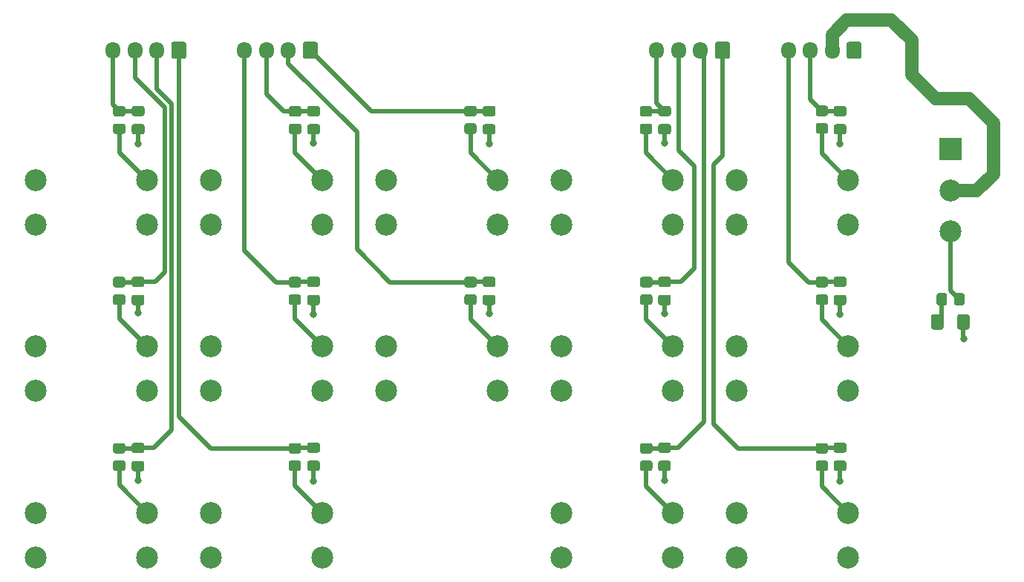
<source format=gbr>
%TF.GenerationSoftware,KiCad,Pcbnew,(5.1.8)-1*%
%TF.CreationDate,2021-11-07T18:09:00-05:00*%
%TF.ProjectId,Control_pad,436f6e74-726f-46c5-9f70-61642e6b6963,rev?*%
%TF.SameCoordinates,Original*%
%TF.FileFunction,Copper,L1,Top*%
%TF.FilePolarity,Positive*%
%FSLAX46Y46*%
G04 Gerber Fmt 4.6, Leading zero omitted, Abs format (unit mm)*
G04 Created by KiCad (PCBNEW (5.1.8)-1) date 2021-11-07 18:09:00*
%MOMM*%
%LPD*%
G01*
G04 APERTURE LIST*
%TA.AperFunction,ComponentPad*%
%ADD10C,2.500000*%
%TD*%
%TA.AperFunction,ComponentPad*%
%ADD11R,2.500000X2.500000*%
%TD*%
%TA.AperFunction,ComponentPad*%
%ADD12O,1.700000X1.950000*%
%TD*%
%TA.AperFunction,ViaPad*%
%ADD13C,0.800000*%
%TD*%
%TA.AperFunction,Conductor*%
%ADD14C,0.508000*%
%TD*%
%TA.AperFunction,Conductor*%
%ADD15C,1.500000*%
%TD*%
G04 APERTURE END LIST*
D10*
%TO.P,SW1,3*%
%TO.N,+3V3*%
X208000000Y-86710000D03*
%TO.P,SW1,2*%
%TO.N,Net-(J4-Pad2)*%
X208000000Y-82010000D03*
D11*
%TO.P,SW1,1*%
%TO.N,N/C*%
X208000000Y-77310000D03*
%TD*%
D10*
%TO.P,S14,4*%
%TO.N,GND*%
X196350000Y-123890000D03*
%TO.P,S14,2*%
%TO.N,Net-(R26-Pad1)*%
X196350000Y-118810000D03*
%TO.P,S14,3*%
%TO.N,GND*%
X183650000Y-123890000D03*
%TO.P,S14,1*%
%TO.N,N/C*%
X183650000Y-118810000D03*
%TD*%
%TO.P,S13,4*%
%TO.N,GND*%
X176350000Y-123890000D03*
%TO.P,S13,2*%
%TO.N,Net-(R25-Pad1)*%
X176350000Y-118810000D03*
%TO.P,S13,3*%
%TO.N,GND*%
X163650000Y-123890000D03*
%TO.P,S13,1*%
%TO.N,N/C*%
X163650000Y-118810000D03*
%TD*%
%TO.P,S12,4*%
%TO.N,GND*%
X136350000Y-123890000D03*
%TO.P,S12,2*%
%TO.N,Net-(R24-Pad1)*%
X136350000Y-118810000D03*
%TO.P,S12,3*%
%TO.N,GND*%
X123650000Y-123890000D03*
%TO.P,S12,1*%
%TO.N,N/C*%
X123650000Y-118810000D03*
%TD*%
%TO.P,S11,4*%
%TO.N,GND*%
X116350000Y-123890000D03*
%TO.P,S11,2*%
%TO.N,Net-(R19-Pad1)*%
X116350000Y-118810000D03*
%TO.P,S11,3*%
%TO.N,GND*%
X103650000Y-123890000D03*
%TO.P,S11,1*%
%TO.N,N/C*%
X103650000Y-118810000D03*
%TD*%
%TO.P,S10,4*%
%TO.N,GND*%
X196350000Y-104890000D03*
%TO.P,S10,2*%
%TO.N,Net-(R18-Pad1)*%
X196350000Y-99810000D03*
%TO.P,S10,3*%
%TO.N,GND*%
X183650000Y-104890000D03*
%TO.P,S10,1*%
%TO.N,N/C*%
X183650000Y-99810000D03*
%TD*%
%TO.P,S9,4*%
%TO.N,GND*%
X176350000Y-104890000D03*
%TO.P,S9,2*%
%TO.N,Net-(R17-Pad1)*%
X176350000Y-99810000D03*
%TO.P,S9,3*%
%TO.N,GND*%
X163650000Y-104890000D03*
%TO.P,S9,1*%
%TO.N,N/C*%
X163650000Y-99810000D03*
%TD*%
%TO.P,S8,4*%
%TO.N,GND*%
X156350000Y-104890000D03*
%TO.P,S8,2*%
%TO.N,Net-(R16-Pad1)*%
X156350000Y-99810000D03*
%TO.P,S8,3*%
%TO.N,GND*%
X143650000Y-104890000D03*
%TO.P,S8,1*%
%TO.N,N/C*%
X143650000Y-99810000D03*
%TD*%
%TO.P,S7,4*%
%TO.N,GND*%
X136350000Y-104890000D03*
%TO.P,S7,2*%
%TO.N,Net-(R10-Pad1)*%
X136350000Y-99810000D03*
%TO.P,S7,3*%
%TO.N,GND*%
X123650000Y-104890000D03*
%TO.P,S7,1*%
%TO.N,N/C*%
X123650000Y-99810000D03*
%TD*%
%TO.P,S6,4*%
%TO.N,GND*%
X116350000Y-104890000D03*
%TO.P,S6,2*%
%TO.N,Net-(R13-Pad2)*%
X116350000Y-99810000D03*
%TO.P,S6,3*%
%TO.N,GND*%
X103650000Y-104890000D03*
%TO.P,S6,1*%
%TO.N,N/C*%
X103650000Y-99810000D03*
%TD*%
%TO.P,S5,4*%
%TO.N,GND*%
X196350000Y-85890000D03*
%TO.P,S5,2*%
%TO.N,Net-(R12-Pad2)*%
X196350000Y-80810000D03*
%TO.P,S5,3*%
%TO.N,GND*%
X183650000Y-85890000D03*
%TO.P,S5,1*%
%TO.N,N/C*%
X183650000Y-80810000D03*
%TD*%
%TO.P,S4,4*%
%TO.N,GND*%
X176350000Y-85890000D03*
%TO.P,S4,2*%
%TO.N,Net-(R11-Pad2)*%
X176350000Y-80810000D03*
%TO.P,S4,3*%
%TO.N,GND*%
X163650000Y-85890000D03*
%TO.P,S4,1*%
%TO.N,N/C*%
X163650000Y-80810000D03*
%TD*%
%TO.P,S3,4*%
%TO.N,GND*%
X156350000Y-85890000D03*
%TO.P,S3,2*%
%TO.N,Net-(R3-Pad1)*%
X156350000Y-80810000D03*
%TO.P,S3,3*%
%TO.N,GND*%
X143650000Y-85890000D03*
%TO.P,S3,1*%
%TO.N,N/C*%
X143650000Y-80810000D03*
%TD*%
%TO.P,S2,4*%
%TO.N,GND*%
X136350000Y-85890000D03*
%TO.P,S2,2*%
%TO.N,Net-(R2-Pad1)*%
X136350000Y-80810000D03*
%TO.P,S2,3*%
%TO.N,GND*%
X123650000Y-85890000D03*
%TO.P,S2,1*%
%TO.N,N/C*%
X123650000Y-80810000D03*
%TD*%
%TO.P,S1,4*%
%TO.N,GND*%
X116350000Y-85890000D03*
%TO.P,S1,2*%
%TO.N,Net-(R1-Pad1)*%
X116350000Y-80810000D03*
%TO.P,S1,3*%
%TO.N,GND*%
X103650000Y-85890000D03*
%TO.P,S1,1*%
%TO.N,N/C*%
X103650000Y-80810000D03*
%TD*%
%TO.P,R29,2*%
%TO.N,Net-(R26-Pad1)*%
%TA.AperFunction,SMDPad,CuDef*%
G36*
G01*
X192879999Y-112850000D02*
X193780001Y-112850000D01*
G75*
G02*
X194030000Y-113099999I0J-249999D01*
G01*
X194030000Y-113800001D01*
G75*
G02*
X193780001Y-114050000I-249999J0D01*
G01*
X192879999Y-114050000D01*
G75*
G02*
X192630000Y-113800001I0J249999D01*
G01*
X192630000Y-113099999D01*
G75*
G02*
X192879999Y-112850000I249999J0D01*
G01*
G37*
%TD.AperFunction*%
%TO.P,R29,1*%
%TO.N,/A2*%
%TA.AperFunction,SMDPad,CuDef*%
G36*
G01*
X192879999Y-110850000D02*
X193780001Y-110850000D01*
G75*
G02*
X194030000Y-111099999I0J-249999D01*
G01*
X194030000Y-111800001D01*
G75*
G02*
X193780001Y-112050000I-249999J0D01*
G01*
X192879999Y-112050000D01*
G75*
G02*
X192630000Y-111800001I0J249999D01*
G01*
X192630000Y-111099999D01*
G75*
G02*
X192879999Y-110850000I249999J0D01*
G01*
G37*
%TD.AperFunction*%
%TD*%
%TO.P,R28,2*%
%TO.N,Net-(R25-Pad1)*%
%TA.AperFunction,SMDPad,CuDef*%
G36*
G01*
X172849999Y-112850000D02*
X173750001Y-112850000D01*
G75*
G02*
X174000000Y-113099999I0J-249999D01*
G01*
X174000000Y-113800001D01*
G75*
G02*
X173750001Y-114050000I-249999J0D01*
G01*
X172849999Y-114050000D01*
G75*
G02*
X172600000Y-113800001I0J249999D01*
G01*
X172600000Y-113099999D01*
G75*
G02*
X172849999Y-112850000I249999J0D01*
G01*
G37*
%TD.AperFunction*%
%TO.P,R28,1*%
%TO.N,/A3*%
%TA.AperFunction,SMDPad,CuDef*%
G36*
G01*
X172849999Y-110850000D02*
X173750001Y-110850000D01*
G75*
G02*
X174000000Y-111099999I0J-249999D01*
G01*
X174000000Y-111800001D01*
G75*
G02*
X173750001Y-112050000I-249999J0D01*
G01*
X172849999Y-112050000D01*
G75*
G02*
X172600000Y-111800001I0J249999D01*
G01*
X172600000Y-111099999D01*
G75*
G02*
X172849999Y-110850000I249999J0D01*
G01*
G37*
%TD.AperFunction*%
%TD*%
%TO.P,R27,2*%
%TO.N,Net-(R24-Pad1)*%
%TA.AperFunction,SMDPad,CuDef*%
G36*
G01*
X132789999Y-112850000D02*
X133690001Y-112850000D01*
G75*
G02*
X133940000Y-113099999I0J-249999D01*
G01*
X133940000Y-113800001D01*
G75*
G02*
X133690001Y-114050000I-249999J0D01*
G01*
X132789999Y-114050000D01*
G75*
G02*
X132540000Y-113800001I0J249999D01*
G01*
X132540000Y-113099999D01*
G75*
G02*
X132789999Y-112850000I249999J0D01*
G01*
G37*
%TD.AperFunction*%
%TO.P,R27,1*%
%TO.N,/D10*%
%TA.AperFunction,SMDPad,CuDef*%
G36*
G01*
X132789999Y-110850000D02*
X133690001Y-110850000D01*
G75*
G02*
X133940000Y-111099999I0J-249999D01*
G01*
X133940000Y-111800001D01*
G75*
G02*
X133690001Y-112050000I-249999J0D01*
G01*
X132789999Y-112050000D01*
G75*
G02*
X132540000Y-111800001I0J249999D01*
G01*
X132540000Y-111099999D01*
G75*
G02*
X132789999Y-110850000I249999J0D01*
G01*
G37*
%TD.AperFunction*%
%TD*%
%TO.P,R23,2*%
%TO.N,Net-(R19-Pad1)*%
%TA.AperFunction,SMDPad,CuDef*%
G36*
G01*
X112759999Y-112850000D02*
X113660001Y-112850000D01*
G75*
G02*
X113910000Y-113099999I0J-249999D01*
G01*
X113910000Y-113800001D01*
G75*
G02*
X113660001Y-114050000I-249999J0D01*
G01*
X112759999Y-114050000D01*
G75*
G02*
X112510000Y-113800001I0J249999D01*
G01*
X112510000Y-113099999D01*
G75*
G02*
X112759999Y-112850000I249999J0D01*
G01*
G37*
%TD.AperFunction*%
%TO.P,R23,1*%
%TO.N,/D11*%
%TA.AperFunction,SMDPad,CuDef*%
G36*
G01*
X112759999Y-110850000D02*
X113660001Y-110850000D01*
G75*
G02*
X113910000Y-111099999I0J-249999D01*
G01*
X113910000Y-111800001D01*
G75*
G02*
X113660001Y-112050000I-249999J0D01*
G01*
X112759999Y-112050000D01*
G75*
G02*
X112510000Y-111800001I0J249999D01*
G01*
X112510000Y-111099999D01*
G75*
G02*
X112759999Y-110850000I249999J0D01*
G01*
G37*
%TD.AperFunction*%
%TD*%
%TO.P,R22,2*%
%TO.N,Net-(R18-Pad1)*%
%TA.AperFunction,SMDPad,CuDef*%
G36*
G01*
X192879999Y-93880000D02*
X193780001Y-93880000D01*
G75*
G02*
X194030000Y-94129999I0J-249999D01*
G01*
X194030000Y-94830001D01*
G75*
G02*
X193780001Y-95080000I-249999J0D01*
G01*
X192879999Y-95080000D01*
G75*
G02*
X192630000Y-94830001I0J249999D01*
G01*
X192630000Y-94129999D01*
G75*
G02*
X192879999Y-93880000I249999J0D01*
G01*
G37*
%TD.AperFunction*%
%TO.P,R22,1*%
%TO.N,/A1*%
%TA.AperFunction,SMDPad,CuDef*%
G36*
G01*
X192879999Y-91880000D02*
X193780001Y-91880000D01*
G75*
G02*
X194030000Y-92129999I0J-249999D01*
G01*
X194030000Y-92830001D01*
G75*
G02*
X193780001Y-93080000I-249999J0D01*
G01*
X192879999Y-93080000D01*
G75*
G02*
X192630000Y-92830001I0J249999D01*
G01*
X192630000Y-92129999D01*
G75*
G02*
X192879999Y-91880000I249999J0D01*
G01*
G37*
%TD.AperFunction*%
%TD*%
%TO.P,R21,2*%
%TO.N,Net-(R17-Pad1)*%
%TA.AperFunction,SMDPad,CuDef*%
G36*
G01*
X172849999Y-93880000D02*
X173750001Y-93880000D01*
G75*
G02*
X174000000Y-94129999I0J-249999D01*
G01*
X174000000Y-94830001D01*
G75*
G02*
X173750001Y-95080000I-249999J0D01*
G01*
X172849999Y-95080000D01*
G75*
G02*
X172600000Y-94830001I0J249999D01*
G01*
X172600000Y-94129999D01*
G75*
G02*
X172849999Y-93880000I249999J0D01*
G01*
G37*
%TD.AperFunction*%
%TO.P,R21,1*%
%TO.N,/A4*%
%TA.AperFunction,SMDPad,CuDef*%
G36*
G01*
X172849999Y-91880000D02*
X173750001Y-91880000D01*
G75*
G02*
X174000000Y-92129999I0J-249999D01*
G01*
X174000000Y-92830001D01*
G75*
G02*
X173750001Y-93080000I-249999J0D01*
G01*
X172849999Y-93080000D01*
G75*
G02*
X172600000Y-92830001I0J249999D01*
G01*
X172600000Y-92129999D01*
G75*
G02*
X172849999Y-91880000I249999J0D01*
G01*
G37*
%TD.AperFunction*%
%TD*%
%TO.P,R20,2*%
%TO.N,Net-(R16-Pad1)*%
%TA.AperFunction,SMDPad,CuDef*%
G36*
G01*
X152819999Y-93880000D02*
X153720001Y-93880000D01*
G75*
G02*
X153970000Y-94129999I0J-249999D01*
G01*
X153970000Y-94830001D01*
G75*
G02*
X153720001Y-95080000I-249999J0D01*
G01*
X152819999Y-95080000D01*
G75*
G02*
X152570000Y-94830001I0J249999D01*
G01*
X152570000Y-94129999D01*
G75*
G02*
X152819999Y-93880000I249999J0D01*
G01*
G37*
%TD.AperFunction*%
%TO.P,R20,1*%
%TO.N,/D5*%
%TA.AperFunction,SMDPad,CuDef*%
G36*
G01*
X152819999Y-91880000D02*
X153720001Y-91880000D01*
G75*
G02*
X153970000Y-92129999I0J-249999D01*
G01*
X153970000Y-92830001D01*
G75*
G02*
X153720001Y-93080000I-249999J0D01*
G01*
X152819999Y-93080000D01*
G75*
G02*
X152570000Y-92830001I0J249999D01*
G01*
X152570000Y-92129999D01*
G75*
G02*
X152819999Y-91880000I249999J0D01*
G01*
G37*
%TD.AperFunction*%
%TD*%
%TO.P,R15,2*%
%TO.N,Net-(D1-Pad2)*%
%TA.AperFunction,SMDPad,CuDef*%
G36*
G01*
X207600000Y-93989999D02*
X207600000Y-94890001D01*
G75*
G02*
X207350001Y-95140000I-249999J0D01*
G01*
X206649999Y-95140000D01*
G75*
G02*
X206400000Y-94890001I0J249999D01*
G01*
X206400000Y-93989999D01*
G75*
G02*
X206649999Y-93740000I249999J0D01*
G01*
X207350001Y-93740000D01*
G75*
G02*
X207600000Y-93989999I0J-249999D01*
G01*
G37*
%TD.AperFunction*%
%TO.P,R15,1*%
%TO.N,+3V3*%
%TA.AperFunction,SMDPad,CuDef*%
G36*
G01*
X209600000Y-93989999D02*
X209600000Y-94890001D01*
G75*
G02*
X209350001Y-95140000I-249999J0D01*
G01*
X208649999Y-95140000D01*
G75*
G02*
X208400000Y-94890001I0J249999D01*
G01*
X208400000Y-93989999D01*
G75*
G02*
X208649999Y-93740000I249999J0D01*
G01*
X209350001Y-93740000D01*
G75*
G02*
X209600000Y-93989999I0J-249999D01*
G01*
G37*
%TD.AperFunction*%
%TD*%
%TO.P,R14,2*%
%TO.N,Net-(R10-Pad1)*%
%TA.AperFunction,SMDPad,CuDef*%
G36*
G01*
X132789999Y-93880000D02*
X133690001Y-93880000D01*
G75*
G02*
X133940000Y-94129999I0J-249999D01*
G01*
X133940000Y-94830001D01*
G75*
G02*
X133690001Y-95080000I-249999J0D01*
G01*
X132789999Y-95080000D01*
G75*
G02*
X132540000Y-94830001I0J249999D01*
G01*
X132540000Y-94129999D01*
G75*
G02*
X132789999Y-93880000I249999J0D01*
G01*
G37*
%TD.AperFunction*%
%TO.P,R14,1*%
%TO.N,/D9*%
%TA.AperFunction,SMDPad,CuDef*%
G36*
G01*
X132789999Y-91880000D02*
X133690001Y-91880000D01*
G75*
G02*
X133940000Y-92129999I0J-249999D01*
G01*
X133940000Y-92830001D01*
G75*
G02*
X133690001Y-93080000I-249999J0D01*
G01*
X132789999Y-93080000D01*
G75*
G02*
X132540000Y-92830001I0J249999D01*
G01*
X132540000Y-92129999D01*
G75*
G02*
X132789999Y-91880000I249999J0D01*
G01*
G37*
%TD.AperFunction*%
%TD*%
%TO.P,R13,2*%
%TO.N,Net-(R13-Pad2)*%
%TA.AperFunction,SMDPad,CuDef*%
G36*
G01*
X112759999Y-93880000D02*
X113660001Y-93880000D01*
G75*
G02*
X113910000Y-94129999I0J-249999D01*
G01*
X113910000Y-94830001D01*
G75*
G02*
X113660001Y-95080000I-249999J0D01*
G01*
X112759999Y-95080000D01*
G75*
G02*
X112510000Y-94830001I0J249999D01*
G01*
X112510000Y-94129999D01*
G75*
G02*
X112759999Y-93880000I249999J0D01*
G01*
G37*
%TD.AperFunction*%
%TO.P,R13,1*%
%TO.N,/D12*%
%TA.AperFunction,SMDPad,CuDef*%
G36*
G01*
X112759999Y-91880000D02*
X113660001Y-91880000D01*
G75*
G02*
X113910000Y-92129999I0J-249999D01*
G01*
X113910000Y-92830001D01*
G75*
G02*
X113660001Y-93080000I-249999J0D01*
G01*
X112759999Y-93080000D01*
G75*
G02*
X112510000Y-92830001I0J249999D01*
G01*
X112510000Y-92129999D01*
G75*
G02*
X112759999Y-91880000I249999J0D01*
G01*
G37*
%TD.AperFunction*%
%TD*%
%TO.P,R12,2*%
%TO.N,Net-(R12-Pad2)*%
%TA.AperFunction,SMDPad,CuDef*%
G36*
G01*
X192879999Y-74320000D02*
X193780001Y-74320000D01*
G75*
G02*
X194030000Y-74569999I0J-249999D01*
G01*
X194030000Y-75270001D01*
G75*
G02*
X193780001Y-75520000I-249999J0D01*
G01*
X192879999Y-75520000D01*
G75*
G02*
X192630000Y-75270001I0J249999D01*
G01*
X192630000Y-74569999D01*
G75*
G02*
X192879999Y-74320000I249999J0D01*
G01*
G37*
%TD.AperFunction*%
%TO.P,R12,1*%
%TO.N,/A0*%
%TA.AperFunction,SMDPad,CuDef*%
G36*
G01*
X192879999Y-72320000D02*
X193780001Y-72320000D01*
G75*
G02*
X194030000Y-72569999I0J-249999D01*
G01*
X194030000Y-73270001D01*
G75*
G02*
X193780001Y-73520000I-249999J0D01*
G01*
X192879999Y-73520000D01*
G75*
G02*
X192630000Y-73270001I0J249999D01*
G01*
X192630000Y-72569999D01*
G75*
G02*
X192879999Y-72320000I249999J0D01*
G01*
G37*
%TD.AperFunction*%
%TD*%
%TO.P,R11,2*%
%TO.N,Net-(R11-Pad2)*%
%TA.AperFunction,SMDPad,CuDef*%
G36*
G01*
X172819999Y-74380000D02*
X173720001Y-74380000D01*
G75*
G02*
X173970000Y-74629999I0J-249999D01*
G01*
X173970000Y-75330001D01*
G75*
G02*
X173720001Y-75580000I-249999J0D01*
G01*
X172819999Y-75580000D01*
G75*
G02*
X172570000Y-75330001I0J249999D01*
G01*
X172570000Y-74629999D01*
G75*
G02*
X172819999Y-74380000I249999J0D01*
G01*
G37*
%TD.AperFunction*%
%TO.P,R11,1*%
%TO.N,/A5*%
%TA.AperFunction,SMDPad,CuDef*%
G36*
G01*
X172819999Y-72380000D02*
X173720001Y-72380000D01*
G75*
G02*
X173970000Y-72629999I0J-249999D01*
G01*
X173970000Y-73330001D01*
G75*
G02*
X173720001Y-73580000I-249999J0D01*
G01*
X172819999Y-73580000D01*
G75*
G02*
X172570000Y-73330001I0J249999D01*
G01*
X172570000Y-72629999D01*
G75*
G02*
X172819999Y-72380000I249999J0D01*
G01*
G37*
%TD.AperFunction*%
%TD*%
%TO.P,R6,2*%
%TO.N,Net-(R3-Pad1)*%
%TA.AperFunction,SMDPad,CuDef*%
G36*
G01*
X152809999Y-74350000D02*
X153710001Y-74350000D01*
G75*
G02*
X153960000Y-74599999I0J-249999D01*
G01*
X153960000Y-75300001D01*
G75*
G02*
X153710001Y-75550000I-249999J0D01*
G01*
X152809999Y-75550000D01*
G75*
G02*
X152560000Y-75300001I0J249999D01*
G01*
X152560000Y-74599999D01*
G75*
G02*
X152809999Y-74350000I249999J0D01*
G01*
G37*
%TD.AperFunction*%
%TO.P,R6,1*%
%TO.N,/D2*%
%TA.AperFunction,SMDPad,CuDef*%
G36*
G01*
X152809999Y-72350000D02*
X153710001Y-72350000D01*
G75*
G02*
X153960000Y-72599999I0J-249999D01*
G01*
X153960000Y-73300001D01*
G75*
G02*
X153710001Y-73550000I-249999J0D01*
G01*
X152809999Y-73550000D01*
G75*
G02*
X152560000Y-73300001I0J249999D01*
G01*
X152560000Y-72599999D01*
G75*
G02*
X152809999Y-72350000I249999J0D01*
G01*
G37*
%TD.AperFunction*%
%TD*%
%TO.P,R5,2*%
%TO.N,Net-(R2-Pad1)*%
%TA.AperFunction,SMDPad,CuDef*%
G36*
G01*
X132819999Y-74380000D02*
X133720001Y-74380000D01*
G75*
G02*
X133970000Y-74629999I0J-249999D01*
G01*
X133970000Y-75330001D01*
G75*
G02*
X133720001Y-75580000I-249999J0D01*
G01*
X132819999Y-75580000D01*
G75*
G02*
X132570000Y-75330001I0J249999D01*
G01*
X132570000Y-74629999D01*
G75*
G02*
X132819999Y-74380000I249999J0D01*
G01*
G37*
%TD.AperFunction*%
%TO.P,R5,1*%
%TO.N,/D6*%
%TA.AperFunction,SMDPad,CuDef*%
G36*
G01*
X132819999Y-72380000D02*
X133720001Y-72380000D01*
G75*
G02*
X133970000Y-72629999I0J-249999D01*
G01*
X133970000Y-73330001D01*
G75*
G02*
X133720001Y-73580000I-249999J0D01*
G01*
X132819999Y-73580000D01*
G75*
G02*
X132570000Y-73330001I0J249999D01*
G01*
X132570000Y-72629999D01*
G75*
G02*
X132819999Y-72380000I249999J0D01*
G01*
G37*
%TD.AperFunction*%
%TD*%
%TO.P,R4,2*%
%TO.N,Net-(R1-Pad1)*%
%TA.AperFunction,SMDPad,CuDef*%
G36*
G01*
X112769999Y-74360000D02*
X113670001Y-74360000D01*
G75*
G02*
X113920000Y-74609999I0J-249999D01*
G01*
X113920000Y-75310001D01*
G75*
G02*
X113670001Y-75560000I-249999J0D01*
G01*
X112769999Y-75560000D01*
G75*
G02*
X112520000Y-75310001I0J249999D01*
G01*
X112520000Y-74609999D01*
G75*
G02*
X112769999Y-74360000I249999J0D01*
G01*
G37*
%TD.AperFunction*%
%TO.P,R4,1*%
%TO.N,/D13*%
%TA.AperFunction,SMDPad,CuDef*%
G36*
G01*
X112769999Y-72360000D02*
X113670001Y-72360000D01*
G75*
G02*
X113920000Y-72609999I0J-249999D01*
G01*
X113920000Y-73310001D01*
G75*
G02*
X113670001Y-73560000I-249999J0D01*
G01*
X112769999Y-73560000D01*
G75*
G02*
X112520000Y-73310001I0J249999D01*
G01*
X112520000Y-72609999D01*
G75*
G02*
X112769999Y-72360000I249999J0D01*
G01*
G37*
%TD.AperFunction*%
%TD*%
D12*
%TO.P,J4,4*%
%TO.N,/A1*%
X189500000Y-66000000D03*
%TO.P,J4,3*%
%TO.N,/A0*%
X192000000Y-66000000D03*
%TO.P,J4,2*%
%TO.N,Net-(J4-Pad2)*%
X194500000Y-66000000D03*
%TO.P,J4,1*%
%TO.N,GND*%
%TA.AperFunction,ComponentPad*%
G36*
G01*
X197850000Y-65275000D02*
X197850000Y-66725000D01*
G75*
G02*
X197600000Y-66975000I-250000J0D01*
G01*
X196400000Y-66975000D01*
G75*
G02*
X196150000Y-66725000I0J250000D01*
G01*
X196150000Y-65275000D01*
G75*
G02*
X196400000Y-65025000I250000J0D01*
G01*
X197600000Y-65025000D01*
G75*
G02*
X197850000Y-65275000I0J-250000D01*
G01*
G37*
%TD.AperFunction*%
%TD*%
%TO.P,J3,4*%
%TO.N,/A5*%
X174500000Y-66000000D03*
%TO.P,J3,3*%
%TO.N,/A4*%
X177000000Y-66000000D03*
%TO.P,J3,2*%
%TO.N,/A3*%
X179500000Y-66000000D03*
%TO.P,J3,1*%
%TO.N,/A2*%
%TA.AperFunction,ComponentPad*%
G36*
G01*
X182850000Y-65275000D02*
X182850000Y-66725000D01*
G75*
G02*
X182600000Y-66975000I-250000J0D01*
G01*
X181400000Y-66975000D01*
G75*
G02*
X181150000Y-66725000I0J250000D01*
G01*
X181150000Y-65275000D01*
G75*
G02*
X181400000Y-65025000I250000J0D01*
G01*
X182600000Y-65025000D01*
G75*
G02*
X182850000Y-65275000I0J-250000D01*
G01*
G37*
%TD.AperFunction*%
%TD*%
%TO.P,J2,4*%
%TO.N,/D9*%
X127500000Y-66000000D03*
%TO.P,J2,3*%
%TO.N,/D6*%
X130000000Y-66000000D03*
%TO.P,J2,2*%
%TO.N,/D5*%
X132500000Y-66000000D03*
%TO.P,J2,1*%
%TO.N,/D2*%
%TA.AperFunction,ComponentPad*%
G36*
G01*
X135850000Y-65275000D02*
X135850000Y-66725000D01*
G75*
G02*
X135600000Y-66975000I-250000J0D01*
G01*
X134400000Y-66975000D01*
G75*
G02*
X134150000Y-66725000I0J250000D01*
G01*
X134150000Y-65275000D01*
G75*
G02*
X134400000Y-65025000I250000J0D01*
G01*
X135600000Y-65025000D01*
G75*
G02*
X135850000Y-65275000I0J-250000D01*
G01*
G37*
%TD.AperFunction*%
%TD*%
%TO.P,J1,4*%
%TO.N,/D13*%
X112500000Y-66000000D03*
%TO.P,J1,3*%
%TO.N,/D12*%
X115000000Y-66000000D03*
%TO.P,J1,2*%
%TO.N,/D11*%
X117500000Y-66000000D03*
%TO.P,J1,1*%
%TO.N,/D10*%
%TA.AperFunction,ComponentPad*%
G36*
G01*
X120850000Y-65275000D02*
X120850000Y-66725000D01*
G75*
G02*
X120600000Y-66975000I-250000J0D01*
G01*
X119400000Y-66975000D01*
G75*
G02*
X119150000Y-66725000I0J250000D01*
G01*
X119150000Y-65275000D01*
G75*
G02*
X119400000Y-65025000I250000J0D01*
G01*
X120600000Y-65025000D01*
G75*
G02*
X120850000Y-65275000I0J-250000D01*
G01*
G37*
%TD.AperFunction*%
%TD*%
%TO.P,D1,2*%
%TO.N,Net-(D1-Pad2)*%
%TA.AperFunction,SMDPad,CuDef*%
G36*
G01*
X207202500Y-96395000D02*
X207202500Y-97645000D01*
G75*
G02*
X206952500Y-97895000I-250000J0D01*
G01*
X206027500Y-97895000D01*
G75*
G02*
X205777500Y-97645000I0J250000D01*
G01*
X205777500Y-96395000D01*
G75*
G02*
X206027500Y-96145000I250000J0D01*
G01*
X206952500Y-96145000D01*
G75*
G02*
X207202500Y-96395000I0J-250000D01*
G01*
G37*
%TD.AperFunction*%
%TO.P,D1,1*%
%TO.N,GND*%
%TA.AperFunction,SMDPad,CuDef*%
G36*
G01*
X210177500Y-96395000D02*
X210177500Y-97645000D01*
G75*
G02*
X209927500Y-97895000I-250000J0D01*
G01*
X209002500Y-97895000D01*
G75*
G02*
X208752500Y-97645000I0J250000D01*
G01*
X208752500Y-96395000D01*
G75*
G02*
X209002500Y-96145000I250000J0D01*
G01*
X209927500Y-96145000D01*
G75*
G02*
X210177500Y-96395000I0J-250000D01*
G01*
G37*
%TD.AperFunction*%
%TD*%
%TO.P,C14,2*%
%TO.N,GND*%
%TA.AperFunction,SMDPad,CuDef*%
G36*
G01*
X194925000Y-112870000D02*
X195875000Y-112870000D01*
G75*
G02*
X196125000Y-113120000I0J-250000D01*
G01*
X196125000Y-113795000D01*
G75*
G02*
X195875000Y-114045000I-250000J0D01*
G01*
X194925000Y-114045000D01*
G75*
G02*
X194675000Y-113795000I0J250000D01*
G01*
X194675000Y-113120000D01*
G75*
G02*
X194925000Y-112870000I250000J0D01*
G01*
G37*
%TD.AperFunction*%
%TO.P,C14,1*%
%TO.N,/A2*%
%TA.AperFunction,SMDPad,CuDef*%
G36*
G01*
X194925000Y-110795000D02*
X195875000Y-110795000D01*
G75*
G02*
X196125000Y-111045000I0J-250000D01*
G01*
X196125000Y-111720000D01*
G75*
G02*
X195875000Y-111970000I-250000J0D01*
G01*
X194925000Y-111970000D01*
G75*
G02*
X194675000Y-111720000I0J250000D01*
G01*
X194675000Y-111045000D01*
G75*
G02*
X194925000Y-110795000I250000J0D01*
G01*
G37*
%TD.AperFunction*%
%TD*%
%TO.P,C13,2*%
%TO.N,GND*%
%TA.AperFunction,SMDPad,CuDef*%
G36*
G01*
X174915000Y-112870000D02*
X175865000Y-112870000D01*
G75*
G02*
X176115000Y-113120000I0J-250000D01*
G01*
X176115000Y-113795000D01*
G75*
G02*
X175865000Y-114045000I-250000J0D01*
G01*
X174915000Y-114045000D01*
G75*
G02*
X174665000Y-113795000I0J250000D01*
G01*
X174665000Y-113120000D01*
G75*
G02*
X174915000Y-112870000I250000J0D01*
G01*
G37*
%TD.AperFunction*%
%TO.P,C13,1*%
%TO.N,/A3*%
%TA.AperFunction,SMDPad,CuDef*%
G36*
G01*
X174915000Y-110795000D02*
X175865000Y-110795000D01*
G75*
G02*
X176115000Y-111045000I0J-250000D01*
G01*
X176115000Y-111720000D01*
G75*
G02*
X175865000Y-111970000I-250000J0D01*
G01*
X174915000Y-111970000D01*
G75*
G02*
X174665000Y-111720000I0J250000D01*
G01*
X174665000Y-111045000D01*
G75*
G02*
X174915000Y-110795000I250000J0D01*
G01*
G37*
%TD.AperFunction*%
%TD*%
%TO.P,C12,2*%
%TO.N,GND*%
%TA.AperFunction,SMDPad,CuDef*%
G36*
G01*
X134895000Y-112870000D02*
X135845000Y-112870000D01*
G75*
G02*
X136095000Y-113120000I0J-250000D01*
G01*
X136095000Y-113795000D01*
G75*
G02*
X135845000Y-114045000I-250000J0D01*
G01*
X134895000Y-114045000D01*
G75*
G02*
X134645000Y-113795000I0J250000D01*
G01*
X134645000Y-113120000D01*
G75*
G02*
X134895000Y-112870000I250000J0D01*
G01*
G37*
%TD.AperFunction*%
%TO.P,C12,1*%
%TO.N,/D10*%
%TA.AperFunction,SMDPad,CuDef*%
G36*
G01*
X134895000Y-110795000D02*
X135845000Y-110795000D01*
G75*
G02*
X136095000Y-111045000I0J-250000D01*
G01*
X136095000Y-111720000D01*
G75*
G02*
X135845000Y-111970000I-250000J0D01*
G01*
X134895000Y-111970000D01*
G75*
G02*
X134645000Y-111720000I0J250000D01*
G01*
X134645000Y-111045000D01*
G75*
G02*
X134895000Y-110795000I250000J0D01*
G01*
G37*
%TD.AperFunction*%
%TD*%
%TO.P,C11,2*%
%TO.N,GND*%
%TA.AperFunction,SMDPad,CuDef*%
G36*
G01*
X114885000Y-112900000D02*
X115835000Y-112900000D01*
G75*
G02*
X116085000Y-113150000I0J-250000D01*
G01*
X116085000Y-113825000D01*
G75*
G02*
X115835000Y-114075000I-250000J0D01*
G01*
X114885000Y-114075000D01*
G75*
G02*
X114635000Y-113825000I0J250000D01*
G01*
X114635000Y-113150000D01*
G75*
G02*
X114885000Y-112900000I250000J0D01*
G01*
G37*
%TD.AperFunction*%
%TO.P,C11,1*%
%TO.N,/D11*%
%TA.AperFunction,SMDPad,CuDef*%
G36*
G01*
X114885000Y-110825000D02*
X115835000Y-110825000D01*
G75*
G02*
X116085000Y-111075000I0J-250000D01*
G01*
X116085000Y-111750000D01*
G75*
G02*
X115835000Y-112000000I-250000J0D01*
G01*
X114885000Y-112000000D01*
G75*
G02*
X114635000Y-111750000I0J250000D01*
G01*
X114635000Y-111075000D01*
G75*
G02*
X114885000Y-110825000I250000J0D01*
G01*
G37*
%TD.AperFunction*%
%TD*%
%TO.P,C10,2*%
%TO.N,GND*%
%TA.AperFunction,SMDPad,CuDef*%
G36*
G01*
X194925000Y-93930000D02*
X195875000Y-93930000D01*
G75*
G02*
X196125000Y-94180000I0J-250000D01*
G01*
X196125000Y-94855000D01*
G75*
G02*
X195875000Y-95105000I-250000J0D01*
G01*
X194925000Y-95105000D01*
G75*
G02*
X194675000Y-94855000I0J250000D01*
G01*
X194675000Y-94180000D01*
G75*
G02*
X194925000Y-93930000I250000J0D01*
G01*
G37*
%TD.AperFunction*%
%TO.P,C10,1*%
%TO.N,/A1*%
%TA.AperFunction,SMDPad,CuDef*%
G36*
G01*
X194925000Y-91855000D02*
X195875000Y-91855000D01*
G75*
G02*
X196125000Y-92105000I0J-250000D01*
G01*
X196125000Y-92780000D01*
G75*
G02*
X195875000Y-93030000I-250000J0D01*
G01*
X194925000Y-93030000D01*
G75*
G02*
X194675000Y-92780000I0J250000D01*
G01*
X194675000Y-92105000D01*
G75*
G02*
X194925000Y-91855000I250000J0D01*
G01*
G37*
%TD.AperFunction*%
%TD*%
%TO.P,C9,2*%
%TO.N,GND*%
%TA.AperFunction,SMDPad,CuDef*%
G36*
G01*
X174915000Y-93930000D02*
X175865000Y-93930000D01*
G75*
G02*
X176115000Y-94180000I0J-250000D01*
G01*
X176115000Y-94855000D01*
G75*
G02*
X175865000Y-95105000I-250000J0D01*
G01*
X174915000Y-95105000D01*
G75*
G02*
X174665000Y-94855000I0J250000D01*
G01*
X174665000Y-94180000D01*
G75*
G02*
X174915000Y-93930000I250000J0D01*
G01*
G37*
%TD.AperFunction*%
%TO.P,C9,1*%
%TO.N,/A4*%
%TA.AperFunction,SMDPad,CuDef*%
G36*
G01*
X174915000Y-91855000D02*
X175865000Y-91855000D01*
G75*
G02*
X176115000Y-92105000I0J-250000D01*
G01*
X176115000Y-92780000D01*
G75*
G02*
X175865000Y-93030000I-250000J0D01*
G01*
X174915000Y-93030000D01*
G75*
G02*
X174665000Y-92780000I0J250000D01*
G01*
X174665000Y-92105000D01*
G75*
G02*
X174915000Y-91855000I250000J0D01*
G01*
G37*
%TD.AperFunction*%
%TD*%
%TO.P,C8,2*%
%TO.N,GND*%
%TA.AperFunction,SMDPad,CuDef*%
G36*
G01*
X154905000Y-93930000D02*
X155855000Y-93930000D01*
G75*
G02*
X156105000Y-94180000I0J-250000D01*
G01*
X156105000Y-94855000D01*
G75*
G02*
X155855000Y-95105000I-250000J0D01*
G01*
X154905000Y-95105000D01*
G75*
G02*
X154655000Y-94855000I0J250000D01*
G01*
X154655000Y-94180000D01*
G75*
G02*
X154905000Y-93930000I250000J0D01*
G01*
G37*
%TD.AperFunction*%
%TO.P,C8,1*%
%TO.N,/D5*%
%TA.AperFunction,SMDPad,CuDef*%
G36*
G01*
X154905000Y-91855000D02*
X155855000Y-91855000D01*
G75*
G02*
X156105000Y-92105000I0J-250000D01*
G01*
X156105000Y-92780000D01*
G75*
G02*
X155855000Y-93030000I-250000J0D01*
G01*
X154905000Y-93030000D01*
G75*
G02*
X154655000Y-92780000I0J250000D01*
G01*
X154655000Y-92105000D01*
G75*
G02*
X154905000Y-91855000I250000J0D01*
G01*
G37*
%TD.AperFunction*%
%TD*%
%TO.P,C7,2*%
%TO.N,GND*%
%TA.AperFunction,SMDPad,CuDef*%
G36*
G01*
X134895000Y-93930000D02*
X135845000Y-93930000D01*
G75*
G02*
X136095000Y-94180000I0J-250000D01*
G01*
X136095000Y-94855000D01*
G75*
G02*
X135845000Y-95105000I-250000J0D01*
G01*
X134895000Y-95105000D01*
G75*
G02*
X134645000Y-94855000I0J250000D01*
G01*
X134645000Y-94180000D01*
G75*
G02*
X134895000Y-93930000I250000J0D01*
G01*
G37*
%TD.AperFunction*%
%TO.P,C7,1*%
%TO.N,/D9*%
%TA.AperFunction,SMDPad,CuDef*%
G36*
G01*
X134895000Y-91855000D02*
X135845000Y-91855000D01*
G75*
G02*
X136095000Y-92105000I0J-250000D01*
G01*
X136095000Y-92780000D01*
G75*
G02*
X135845000Y-93030000I-250000J0D01*
G01*
X134895000Y-93030000D01*
G75*
G02*
X134645000Y-92780000I0J250000D01*
G01*
X134645000Y-92105000D01*
G75*
G02*
X134895000Y-91855000I250000J0D01*
G01*
G37*
%TD.AperFunction*%
%TD*%
%TO.P,C6,2*%
%TO.N,GND*%
%TA.AperFunction,SMDPad,CuDef*%
G36*
G01*
X114885000Y-93930000D02*
X115835000Y-93930000D01*
G75*
G02*
X116085000Y-94180000I0J-250000D01*
G01*
X116085000Y-94855000D01*
G75*
G02*
X115835000Y-95105000I-250000J0D01*
G01*
X114885000Y-95105000D01*
G75*
G02*
X114635000Y-94855000I0J250000D01*
G01*
X114635000Y-94180000D01*
G75*
G02*
X114885000Y-93930000I250000J0D01*
G01*
G37*
%TD.AperFunction*%
%TO.P,C6,1*%
%TO.N,/D12*%
%TA.AperFunction,SMDPad,CuDef*%
G36*
G01*
X114885000Y-91855000D02*
X115835000Y-91855000D01*
G75*
G02*
X116085000Y-92105000I0J-250000D01*
G01*
X116085000Y-92780000D01*
G75*
G02*
X115835000Y-93030000I-250000J0D01*
G01*
X114885000Y-93030000D01*
G75*
G02*
X114635000Y-92780000I0J250000D01*
G01*
X114635000Y-92105000D01*
G75*
G02*
X114885000Y-91855000I250000J0D01*
G01*
G37*
%TD.AperFunction*%
%TD*%
%TO.P,C5,2*%
%TO.N,GND*%
%TA.AperFunction,SMDPad,CuDef*%
G36*
G01*
X194925000Y-74440000D02*
X195875000Y-74440000D01*
G75*
G02*
X196125000Y-74690000I0J-250000D01*
G01*
X196125000Y-75365000D01*
G75*
G02*
X195875000Y-75615000I-250000J0D01*
G01*
X194925000Y-75615000D01*
G75*
G02*
X194675000Y-75365000I0J250000D01*
G01*
X194675000Y-74690000D01*
G75*
G02*
X194925000Y-74440000I250000J0D01*
G01*
G37*
%TD.AperFunction*%
%TO.P,C5,1*%
%TO.N,/A0*%
%TA.AperFunction,SMDPad,CuDef*%
G36*
G01*
X194925000Y-72365000D02*
X195875000Y-72365000D01*
G75*
G02*
X196125000Y-72615000I0J-250000D01*
G01*
X196125000Y-73290000D01*
G75*
G02*
X195875000Y-73540000I-250000J0D01*
G01*
X194925000Y-73540000D01*
G75*
G02*
X194675000Y-73290000I0J250000D01*
G01*
X194675000Y-72615000D01*
G75*
G02*
X194925000Y-72365000I250000J0D01*
G01*
G37*
%TD.AperFunction*%
%TD*%
%TO.P,C4,2*%
%TO.N,GND*%
%TA.AperFunction,SMDPad,CuDef*%
G36*
G01*
X174917500Y-74440000D02*
X175867500Y-74440000D01*
G75*
G02*
X176117500Y-74690000I0J-250000D01*
G01*
X176117500Y-75365000D01*
G75*
G02*
X175867500Y-75615000I-250000J0D01*
G01*
X174917500Y-75615000D01*
G75*
G02*
X174667500Y-75365000I0J250000D01*
G01*
X174667500Y-74690000D01*
G75*
G02*
X174917500Y-74440000I250000J0D01*
G01*
G37*
%TD.AperFunction*%
%TO.P,C4,1*%
%TO.N,/A5*%
%TA.AperFunction,SMDPad,CuDef*%
G36*
G01*
X174917500Y-72365000D02*
X175867500Y-72365000D01*
G75*
G02*
X176117500Y-72615000I0J-250000D01*
G01*
X176117500Y-73290000D01*
G75*
G02*
X175867500Y-73540000I-250000J0D01*
G01*
X174917500Y-73540000D01*
G75*
G02*
X174667500Y-73290000I0J250000D01*
G01*
X174667500Y-72615000D01*
G75*
G02*
X174917500Y-72365000I250000J0D01*
G01*
G37*
%TD.AperFunction*%
%TD*%
%TO.P,C3,2*%
%TO.N,GND*%
%TA.AperFunction,SMDPad,CuDef*%
G36*
G01*
X154910000Y-74440000D02*
X155860000Y-74440000D01*
G75*
G02*
X156110000Y-74690000I0J-250000D01*
G01*
X156110000Y-75365000D01*
G75*
G02*
X155860000Y-75615000I-250000J0D01*
G01*
X154910000Y-75615000D01*
G75*
G02*
X154660000Y-75365000I0J250000D01*
G01*
X154660000Y-74690000D01*
G75*
G02*
X154910000Y-74440000I250000J0D01*
G01*
G37*
%TD.AperFunction*%
%TO.P,C3,1*%
%TO.N,/D2*%
%TA.AperFunction,SMDPad,CuDef*%
G36*
G01*
X154910000Y-72365000D02*
X155860000Y-72365000D01*
G75*
G02*
X156110000Y-72615000I0J-250000D01*
G01*
X156110000Y-73290000D01*
G75*
G02*
X155860000Y-73540000I-250000J0D01*
G01*
X154910000Y-73540000D01*
G75*
G02*
X154660000Y-73290000I0J250000D01*
G01*
X154660000Y-72615000D01*
G75*
G02*
X154910000Y-72365000I250000J0D01*
G01*
G37*
%TD.AperFunction*%
%TD*%
%TO.P,C2,2*%
%TO.N,GND*%
%TA.AperFunction,SMDPad,CuDef*%
G36*
G01*
X134902500Y-74440000D02*
X135852500Y-74440000D01*
G75*
G02*
X136102500Y-74690000I0J-250000D01*
G01*
X136102500Y-75365000D01*
G75*
G02*
X135852500Y-75615000I-250000J0D01*
G01*
X134902500Y-75615000D01*
G75*
G02*
X134652500Y-75365000I0J250000D01*
G01*
X134652500Y-74690000D01*
G75*
G02*
X134902500Y-74440000I250000J0D01*
G01*
G37*
%TD.AperFunction*%
%TO.P,C2,1*%
%TO.N,/D6*%
%TA.AperFunction,SMDPad,CuDef*%
G36*
G01*
X134902500Y-72365000D02*
X135852500Y-72365000D01*
G75*
G02*
X136102500Y-72615000I0J-250000D01*
G01*
X136102500Y-73290000D01*
G75*
G02*
X135852500Y-73540000I-250000J0D01*
G01*
X134902500Y-73540000D01*
G75*
G02*
X134652500Y-73290000I0J250000D01*
G01*
X134652500Y-72615000D01*
G75*
G02*
X134902500Y-72365000I250000J0D01*
G01*
G37*
%TD.AperFunction*%
%TD*%
%TO.P,C1,2*%
%TO.N,GND*%
%TA.AperFunction,SMDPad,CuDef*%
G36*
G01*
X114895000Y-74440000D02*
X115845000Y-74440000D01*
G75*
G02*
X116095000Y-74690000I0J-250000D01*
G01*
X116095000Y-75365000D01*
G75*
G02*
X115845000Y-75615000I-250000J0D01*
G01*
X114895000Y-75615000D01*
G75*
G02*
X114645000Y-75365000I0J250000D01*
G01*
X114645000Y-74690000D01*
G75*
G02*
X114895000Y-74440000I250000J0D01*
G01*
G37*
%TD.AperFunction*%
%TO.P,C1,1*%
%TO.N,/D13*%
%TA.AperFunction,SMDPad,CuDef*%
G36*
G01*
X114895000Y-72365000D02*
X115845000Y-72365000D01*
G75*
G02*
X116095000Y-72615000I0J-250000D01*
G01*
X116095000Y-73290000D01*
G75*
G02*
X115845000Y-73540000I-250000J0D01*
G01*
X114895000Y-73540000D01*
G75*
G02*
X114645000Y-73290000I0J250000D01*
G01*
X114645000Y-72615000D01*
G75*
G02*
X114895000Y-72365000I250000J0D01*
G01*
G37*
%TD.AperFunction*%
%TD*%
D13*
%TO.N,GND*%
X115370000Y-76690000D03*
X135380000Y-76640000D03*
X155380000Y-76700000D03*
X175370000Y-76640000D03*
X195390000Y-76680000D03*
X115350000Y-95970000D03*
X135370000Y-96120000D03*
X155380000Y-96070000D03*
X175390000Y-96080000D03*
X195400000Y-96200000D03*
X115370000Y-115120000D03*
X135370000Y-115250000D03*
X175390000Y-115120000D03*
X195410000Y-115200000D03*
X209480000Y-98960000D03*
%TD*%
D14*
%TO.N,GND*%
X115370000Y-75027500D02*
X115370000Y-76690000D01*
X135377500Y-76637500D02*
X135380000Y-76640000D01*
X135377500Y-75027500D02*
X135377500Y-76637500D01*
X155385000Y-76695000D02*
X155380000Y-76700000D01*
X155385000Y-75027500D02*
X155385000Y-76695000D01*
X175392500Y-76617500D02*
X175370000Y-76640000D01*
X175392500Y-75027500D02*
X175392500Y-76617500D01*
X195400000Y-76670000D02*
X195390000Y-76680000D01*
X195400000Y-75027500D02*
X195400000Y-76670000D01*
X115360000Y-95960000D02*
X115350000Y-95970000D01*
X115360000Y-94517500D02*
X115360000Y-95960000D01*
X135370000Y-94517500D02*
X135370000Y-96120000D01*
X155380000Y-94517500D02*
X155380000Y-96070000D01*
X175390000Y-94517500D02*
X175390000Y-96080000D01*
X195400000Y-94517500D02*
X195400000Y-96200000D01*
X115360000Y-115110000D02*
X115370000Y-115120000D01*
X115360000Y-113487500D02*
X115360000Y-115110000D01*
X135370000Y-113457500D02*
X135370000Y-115250000D01*
X175390000Y-113457500D02*
X175390000Y-115120000D01*
X195400000Y-115190000D02*
X195410000Y-115200000D01*
X195400000Y-113457500D02*
X195400000Y-115190000D01*
X209465000Y-98945000D02*
X209480000Y-98960000D01*
X209465000Y-97020000D02*
X209465000Y-98945000D01*
%TO.N,/D13*%
X113227500Y-72952500D02*
X113220000Y-72960000D01*
X115370000Y-72952500D02*
X113227500Y-72952500D01*
X112500000Y-72240000D02*
X113220000Y-72960000D01*
X112500000Y-66000000D02*
X112500000Y-72240000D01*
%TO.N,Net-(D1-Pad2)*%
X207000000Y-96510000D02*
X206490000Y-97020000D01*
X207000000Y-94440000D02*
X207000000Y-96510000D01*
%TO.N,/D12*%
X115322500Y-92480000D02*
X115360000Y-92442500D01*
X113210000Y-92480000D02*
X115322500Y-92480000D01*
X115000000Y-66000000D02*
X115000000Y-69150000D01*
X115000000Y-69150000D02*
X118410000Y-72560000D01*
X118410000Y-72560000D02*
X118410000Y-91370000D01*
X117337500Y-92442500D02*
X115360000Y-92442500D01*
X118410000Y-91370000D02*
X117337500Y-92442500D01*
%TO.N,/D11*%
X115322500Y-111450000D02*
X115360000Y-111412500D01*
X113210000Y-111450000D02*
X115322500Y-111450000D01*
X119172010Y-72122010D02*
X119172010Y-109367990D01*
X117500000Y-70450000D02*
X119172010Y-72122010D01*
X117500000Y-66000000D02*
X117500000Y-70450000D01*
X117127500Y-111412500D02*
X115360000Y-111412500D01*
X119172010Y-109367990D02*
X117127500Y-111412500D01*
%TO.N,/D10*%
X133307500Y-111382500D02*
X133240000Y-111450000D01*
X135370000Y-111382500D02*
X133307500Y-111382500D01*
X120000000Y-66000000D02*
X120000000Y-107810000D01*
X123640000Y-111450000D02*
X133240000Y-111450000D01*
X120000000Y-107810000D02*
X123640000Y-111450000D01*
%TO.N,/D9*%
X133277500Y-92442500D02*
X133240000Y-92480000D01*
X135370000Y-92442500D02*
X133277500Y-92442500D01*
X127500000Y-66000000D02*
X127500000Y-88900000D01*
X131080000Y-92480000D02*
X133240000Y-92480000D01*
X127500000Y-88900000D02*
X131080000Y-92480000D01*
%TO.N,/D6*%
X133297500Y-72952500D02*
X133270000Y-72980000D01*
X135377500Y-72952500D02*
X133297500Y-72952500D01*
X133270000Y-72980000D02*
X131970000Y-72980000D01*
X130000000Y-71010000D02*
X130000000Y-66000000D01*
X131970000Y-72980000D02*
X130000000Y-71010000D01*
%TO.N,/D5*%
X153307500Y-92442500D02*
X153270000Y-92480000D01*
X155380000Y-92442500D02*
X153307500Y-92442500D01*
X132500000Y-66000000D02*
X132500000Y-67520000D01*
X132500000Y-67520000D02*
X140330000Y-75350000D01*
X140330000Y-75350000D02*
X140330000Y-88720000D01*
X144090000Y-92480000D02*
X153270000Y-92480000D01*
X140330000Y-88720000D02*
X144090000Y-92480000D01*
%TO.N,/D2*%
X153262500Y-72952500D02*
X153260000Y-72950000D01*
X155385000Y-72952500D02*
X153262500Y-72952500D01*
X141950000Y-72950000D02*
X135000000Y-66000000D01*
X153260000Y-72950000D02*
X141950000Y-72950000D01*
%TO.N,/A5*%
X175365000Y-72980000D02*
X175392500Y-72952500D01*
X173270000Y-72980000D02*
X175365000Y-72980000D01*
X174500000Y-72060000D02*
X175392500Y-72952500D01*
X174500000Y-66000000D02*
X174500000Y-72060000D01*
%TO.N,/A4*%
X177000000Y-66000000D02*
X177000000Y-77470000D01*
X177000000Y-77470000D02*
X178790000Y-79260000D01*
X178790000Y-79260000D02*
X178790000Y-90900000D01*
X177247500Y-92442500D02*
X175390000Y-92442500D01*
X178790000Y-90900000D02*
X177247500Y-92442500D01*
X175352500Y-92480000D02*
X175390000Y-92442500D01*
X173300000Y-92480000D02*
X175352500Y-92480000D01*
%TO.N,/A3*%
X175322500Y-111450000D02*
X175390000Y-111382500D01*
X173300000Y-111450000D02*
X175322500Y-111450000D01*
X175390000Y-111382500D02*
X176917500Y-111382500D01*
X176917500Y-111382500D02*
X179870000Y-108430000D01*
X179870000Y-66370000D02*
X179500000Y-66000000D01*
X179870000Y-108430000D02*
X179870000Y-66370000D01*
%TO.N,/A2*%
X193397500Y-111382500D02*
X193330000Y-111450000D01*
X195400000Y-111382500D02*
X193397500Y-111382500D01*
X182000000Y-66000000D02*
X182000000Y-78040000D01*
X182000000Y-78040000D02*
X180990000Y-79050000D01*
X180990000Y-79050000D02*
X180990000Y-108680000D01*
X183760000Y-111450000D02*
X193330000Y-111450000D01*
X180990000Y-108680000D02*
X183760000Y-111450000D01*
%TO.N,/A1*%
X189500000Y-66000000D02*
X189500000Y-90200000D01*
X191780000Y-92480000D02*
X193330000Y-92480000D01*
X189500000Y-90200000D02*
X191780000Y-92480000D01*
X193367500Y-92442500D02*
X193330000Y-92480000D01*
X195400000Y-92442500D02*
X193367500Y-92442500D01*
%TO.N,/A0*%
X192000000Y-71590000D02*
X193330000Y-72920000D01*
X192000000Y-66000000D02*
X192000000Y-71590000D01*
X193362500Y-72952500D02*
X193330000Y-72920000D01*
X195400000Y-72952500D02*
X193362500Y-72952500D01*
D15*
%TO.N,Net-(J4-Pad2)*%
X194500000Y-66000000D02*
X194500000Y-64220000D01*
X212870000Y-80120000D02*
X210980000Y-82010000D01*
X210980000Y-82010000D02*
X208000000Y-82010000D01*
X212870000Y-74280000D02*
X212870000Y-80120000D01*
X210140000Y-71550000D02*
X212870000Y-74280000D01*
X206330000Y-71550000D02*
X210140000Y-71550000D01*
X203560000Y-68780000D02*
X206330000Y-71550000D01*
X203560000Y-64870000D02*
X203560000Y-68780000D01*
X201260000Y-62570000D02*
X203560000Y-64870000D01*
X196150000Y-62570000D02*
X201260000Y-62570000D01*
X194500000Y-64220000D02*
X196150000Y-62570000D01*
D14*
%TO.N,+3V3*%
X208000000Y-93440000D02*
X209000000Y-94440000D01*
X208000000Y-86710000D02*
X208000000Y-93440000D01*
%TO.N,Net-(R1-Pad1)*%
X113220000Y-77680000D02*
X116350000Y-80810000D01*
X113220000Y-74960000D02*
X113220000Y-77680000D01*
%TO.N,Net-(R2-Pad1)*%
X133270000Y-77730000D02*
X136350000Y-80810000D01*
X133270000Y-74980000D02*
X133270000Y-77730000D01*
%TO.N,Net-(R3-Pad1)*%
X153260000Y-77720000D02*
X156350000Y-80810000D01*
X153260000Y-74950000D02*
X153260000Y-77720000D01*
%TO.N,Net-(R11-Pad2)*%
X173270000Y-77730000D02*
X176350000Y-80810000D01*
X173270000Y-74980000D02*
X173270000Y-77730000D01*
%TO.N,Net-(R12-Pad2)*%
X193330000Y-77790000D02*
X196350000Y-80810000D01*
X193330000Y-74920000D02*
X193330000Y-77790000D01*
%TO.N,Net-(R13-Pad2)*%
X113210000Y-96670000D02*
X116350000Y-99810000D01*
X113210000Y-94480000D02*
X113210000Y-96670000D01*
%TO.N,Net-(R10-Pad1)*%
X133240000Y-96700000D02*
X136350000Y-99810000D01*
X133240000Y-94480000D02*
X133240000Y-96700000D01*
%TO.N,Net-(R16-Pad1)*%
X153270000Y-96730000D02*
X156350000Y-99810000D01*
X153270000Y-94480000D02*
X153270000Y-96730000D01*
%TO.N,Net-(R17-Pad1)*%
X173300000Y-96760000D02*
X176350000Y-99810000D01*
X173300000Y-94480000D02*
X173300000Y-96760000D01*
%TO.N,Net-(R18-Pad1)*%
X193330000Y-96790000D02*
X196350000Y-99810000D01*
X193330000Y-94480000D02*
X193330000Y-96790000D01*
%TO.N,Net-(R19-Pad1)*%
X113210000Y-115670000D02*
X116350000Y-118810000D01*
X113210000Y-113450000D02*
X113210000Y-115670000D01*
%TO.N,Net-(R24-Pad1)*%
X133240000Y-115700000D02*
X136350000Y-118810000D01*
X133240000Y-113450000D02*
X133240000Y-115700000D01*
%TO.N,Net-(R25-Pad1)*%
X173300000Y-115760000D02*
X176350000Y-118810000D01*
X173300000Y-113450000D02*
X173300000Y-115760000D01*
%TO.N,Net-(R26-Pad1)*%
X193330000Y-115790000D02*
X196350000Y-118810000D01*
X193330000Y-113450000D02*
X193330000Y-115790000D01*
%TD*%
M02*

</source>
